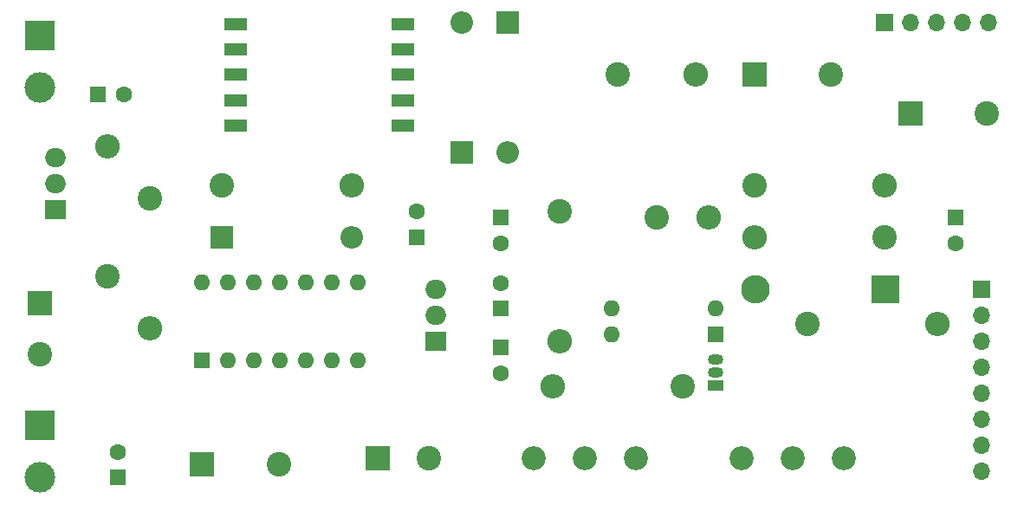
<source format=gbr>
%TF.GenerationSoftware,KiCad,Pcbnew,(5.1.8)-1*%
%TF.CreationDate,2022-06-16T12:56:30+03:00*%
%TF.ProjectId,FORWARD_CONVERTER,464f5257-4152-4445-9f43-4f4e56455254,rev?*%
%TF.SameCoordinates,Original*%
%TF.FileFunction,Soldermask,Top*%
%TF.FilePolarity,Negative*%
%FSLAX46Y46*%
G04 Gerber Fmt 4.6, Leading zero omitted, Abs format (unit mm)*
G04 Created by KiCad (PCBNEW (5.1.8)-1) date 2022-06-16 12:56:30*
%MOMM*%
%LPD*%
G01*
G04 APERTURE LIST*
%ADD10O,1.500000X1.050000*%
%ADD11R,1.500000X1.050000*%
%ADD12R,2.000000X1.905000*%
%ADD13O,2.000000X1.905000*%
%ADD14C,2.400000*%
%ADD15O,2.400000X2.400000*%
%ADD16R,1.600000X1.600000*%
%ADD17C,1.600000*%
%ADD18O,1.600000X1.600000*%
%ADD19R,2.200000X1.300000*%
%ADD20C,2.340000*%
%ADD21R,1.700000X1.700000*%
%ADD22O,1.700000X1.700000*%
%ADD23R,3.000000X3.000000*%
%ADD24C,3.000000*%
%ADD25R,2.800000X2.800000*%
%ADD26O,2.800000X2.800000*%
%ADD27R,2.200000X2.200000*%
%ADD28O,2.200000X2.200000*%
%ADD29R,2.400000X2.400000*%
G04 APERTURE END LIST*
D10*
%TO.C,Q2*%
X172720000Y-95123000D03*
X172720000Y-93853000D03*
D11*
X172720000Y-96393000D03*
%TD*%
D12*
%TO.C,Q1*%
X108204000Y-79248000D03*
D13*
X108204000Y-76708000D03*
X108204000Y-74168000D03*
%TD*%
D14*
%TO.C,R3*%
X113284000Y-85725000D03*
D15*
X113284000Y-73025000D03*
%TD*%
D16*
%TO.C,C3*%
X112395000Y-67945000D03*
D17*
X114895000Y-67945000D03*
%TD*%
D12*
%TO.C,U3*%
X145415000Y-92075000D03*
D13*
X145415000Y-89535000D03*
X145415000Y-86995000D03*
%TD*%
D16*
%TO.C,U2*%
X122555000Y-93980000D03*
D18*
X137795000Y-86360000D03*
X125095000Y-93980000D03*
X135255000Y-86360000D03*
X127635000Y-93980000D03*
X132715000Y-86360000D03*
X130175000Y-93980000D03*
X130175000Y-86360000D03*
X132715000Y-93980000D03*
X127635000Y-86360000D03*
X135255000Y-93980000D03*
X125095000Y-86360000D03*
X137795000Y-93980000D03*
X122555000Y-86360000D03*
%TD*%
D16*
%TO.C,U1*%
X172720000Y-91440000D03*
D18*
X162560000Y-88900000D03*
X172720000Y-88900000D03*
X162560000Y-91440000D03*
%TD*%
D19*
%TO.C,TF1*%
X125805000Y-71000000D03*
X142165000Y-71000000D03*
X125805000Y-68520000D03*
X142165000Y-68520000D03*
X125805000Y-66040000D03*
X142165000Y-66040000D03*
X125805000Y-63560000D03*
X142165000Y-63560000D03*
X125805000Y-61080000D03*
X142165000Y-61080000D03*
%TD*%
D20*
%TO.C,RV2*%
X164940000Y-103505000D03*
X159940000Y-103505000D03*
X154940000Y-103505000D03*
%TD*%
%TO.C,RV1*%
X185260000Y-103505000D03*
X180260000Y-103505000D03*
X175260000Y-103505000D03*
%TD*%
D14*
%TO.C,R10*%
X169545000Y-96520000D03*
D15*
X156845000Y-96520000D03*
%TD*%
D14*
%TO.C,R7*%
X181737000Y-90424000D03*
D15*
X194437000Y-90424000D03*
%TD*%
D14*
%TO.C,R6*%
X157480000Y-79375000D03*
D15*
X157480000Y-92075000D03*
%TD*%
D14*
%TO.C,R5*%
X117475000Y-78105000D03*
D15*
X117475000Y-90805000D03*
%TD*%
D14*
%TO.C,R4*%
X124460000Y-76835000D03*
D15*
X137160000Y-76835000D03*
%TD*%
D14*
%TO.C,R2*%
X189230000Y-81915000D03*
D15*
X176530000Y-81915000D03*
%TD*%
D14*
%TO.C,R1*%
X176530000Y-76835000D03*
D15*
X189230000Y-76835000D03*
%TD*%
D14*
%TO.C,L2*%
X167005000Y-80010000D03*
D15*
X172085000Y-80010000D03*
%TD*%
D14*
%TO.C,L1*%
X163195000Y-66040000D03*
D15*
X170815000Y-66040000D03*
%TD*%
D21*
%TO.C,J5*%
X198755000Y-86995000D03*
D22*
X198755000Y-89535000D03*
X198755000Y-92075000D03*
X198755000Y-94615000D03*
X198755000Y-97155000D03*
X198755000Y-99695000D03*
X198755000Y-102235000D03*
X198755000Y-104775000D03*
%TD*%
D23*
%TO.C,J4*%
X106680000Y-100330000D03*
D24*
X106680000Y-105410000D03*
%TD*%
D21*
%TO.C,J2*%
X189230000Y-60960000D03*
D22*
X191770000Y-60960000D03*
X194310000Y-60960000D03*
X196850000Y-60960000D03*
X199390000Y-60960000D03*
%TD*%
D23*
%TO.C,J1*%
X106680000Y-62230000D03*
D24*
X106680000Y-67310000D03*
%TD*%
D25*
%TO.C,D5*%
X189357000Y-86995000D03*
D26*
X176657000Y-86995000D03*
%TD*%
D27*
%TO.C,D3*%
X124460000Y-81915000D03*
D28*
X137160000Y-81915000D03*
%TD*%
D27*
%TO.C,D2*%
X152400000Y-60960000D03*
D28*
X152400000Y-73660000D03*
%TD*%
D27*
%TO.C,D1*%
X147955000Y-73660000D03*
D28*
X147955000Y-60960000D03*
%TD*%
D16*
%TO.C,C12*%
X151765000Y-80010000D03*
D17*
X151765000Y-82510000D03*
%TD*%
D16*
%TO.C,C11*%
X151765000Y-88900000D03*
D17*
X151765000Y-86400000D03*
%TD*%
D16*
%TO.C,C10*%
X151765000Y-92710000D03*
D17*
X151765000Y-95210000D03*
%TD*%
D29*
%TO.C,C9*%
X139700000Y-103505000D03*
D14*
X144700000Y-103505000D03*
%TD*%
D16*
%TO.C,C8*%
X114300000Y-105410000D03*
D17*
X114300000Y-102910000D03*
%TD*%
D16*
%TO.C,C7*%
X196215000Y-80010000D03*
D17*
X196215000Y-82510000D03*
%TD*%
D29*
%TO.C,C6*%
X122555000Y-104140000D03*
D14*
X130055000Y-104140000D03*
%TD*%
D16*
%TO.C,C5*%
X143510000Y-81915000D03*
D17*
X143510000Y-79415000D03*
%TD*%
D29*
%TO.C,C4*%
X106680000Y-88392000D03*
D14*
X106680000Y-93392000D03*
%TD*%
D29*
%TO.C,C2*%
X176530000Y-66040000D03*
D14*
X184030000Y-66040000D03*
%TD*%
D29*
%TO.C,C1*%
X191770000Y-69850000D03*
D14*
X199270000Y-69850000D03*
%TD*%
M02*

</source>
